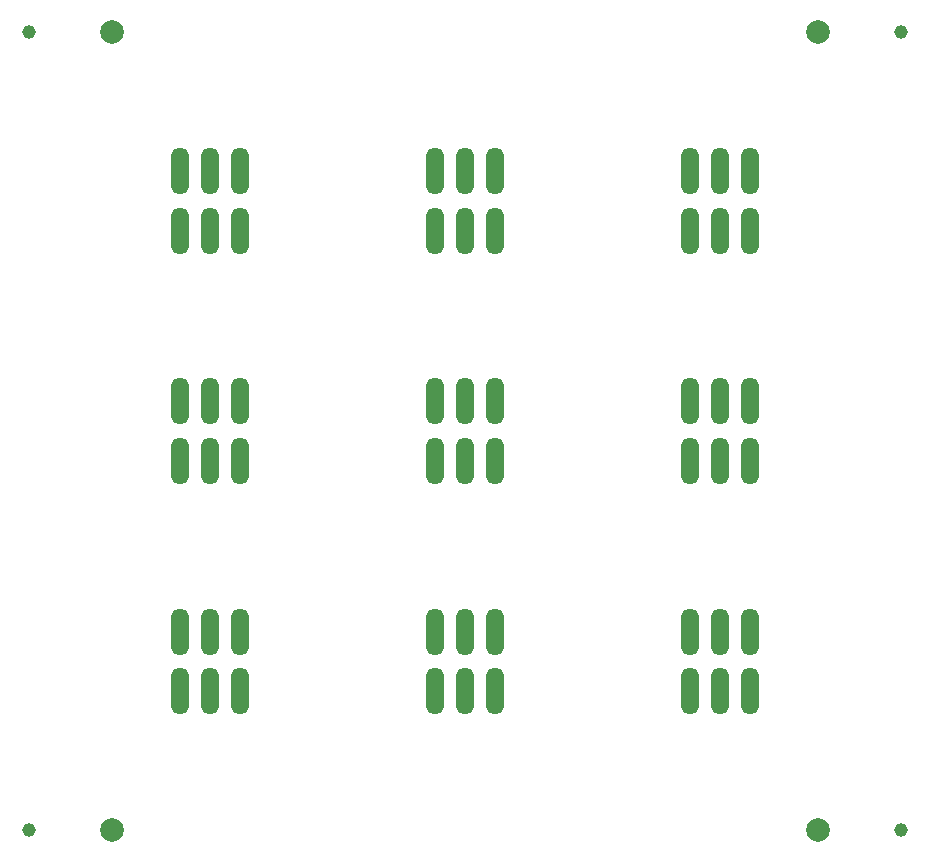
<source format=gbr>
%TF.GenerationSoftware,KiCad,Pcbnew,8.0.4*%
%TF.CreationDate,2024-10-17T14:22:23+11:00*%
%TF.ProjectId,panel,70616e65-6c2e-46b6-9963-61645f706362,rev?*%
%TF.SameCoordinates,Original*%
%TF.FileFunction,Soldermask,Bot*%
%TF.FilePolarity,Negative*%
%FSLAX46Y46*%
G04 Gerber Fmt 4.6, Leading zero omitted, Abs format (unit mm)*
G04 Created by KiCad (PCBNEW 8.0.4) date 2024-10-17 14:22:23*
%MOMM*%
%LPD*%
G01*
G04 APERTURE LIST*
G04 Aperture macros list*
%AMRoundRect*
0 Rectangle with rounded corners*
0 $1 Rounding radius*
0 $2 $3 $4 $5 $6 $7 $8 $9 X,Y pos of 4 corners*
0 Add a 4 corners polygon primitive as box body*
4,1,4,$2,$3,$4,$5,$6,$7,$8,$9,$2,$3,0*
0 Add four circle primitives for the rounded corners*
1,1,$1+$1,$2,$3*
1,1,$1+$1,$4,$5*
1,1,$1+$1,$6,$7*
1,1,$1+$1,$8,$9*
0 Add four rect primitives between the rounded corners*
20,1,$1+$1,$2,$3,$4,$5,0*
20,1,$1+$1,$4,$5,$6,$7,0*
20,1,$1+$1,$6,$7,$8,$9,0*
20,1,$1+$1,$8,$9,$2,$3,0*%
G04 Aperture macros list end*
%ADD10C,1.152000*%
%ADD11RoundRect,0.750000X-0.000010X1.250000X-0.000010X-1.250000X0.000010X-1.250000X0.000010X1.250000X0*%
%ADD12C,2.000000*%
G04 APERTURE END LIST*
D10*
%TO.C,KiKit_TO_1*%
X2500000Y-2500000D03*
%TD*%
%TO.C,KiKit_TO_3*%
X2500000Y-70000000D03*
%TD*%
%TO.C,KiKit_TO_2*%
X76300000Y-2500000D03*
%TD*%
%TO.C,KiKit_TO_4*%
X76300000Y-70000000D03*
%TD*%
D11*
%TO.C,J1*%
X15260000Y-33725000D03*
X17800000Y-33725000D03*
X20340000Y-33725000D03*
X20340000Y-38775000D03*
X17800000Y-38775000D03*
X15260000Y-38775000D03*
%TD*%
D12*
%TO.C,KiKit_FID_B_3*%
X9500000Y-70000000D03*
%TD*%
%TO.C,KiKit_FID_B_1*%
X9500000Y-2500000D03*
%TD*%
D11*
%TO.C,J1*%
X15260000Y-53225000D03*
X17800000Y-53225000D03*
X20340000Y-53225000D03*
X20340000Y-58275000D03*
X17800000Y-58275000D03*
X15260000Y-58275000D03*
%TD*%
D12*
%TO.C,KiKit_FID_B_2*%
X69300000Y-2500000D03*
%TD*%
D11*
%TO.C,J1*%
X36860000Y-33725000D03*
X39400000Y-33725000D03*
X41940000Y-33725000D03*
X41940000Y-38775000D03*
X39400000Y-38775000D03*
X36860000Y-38775000D03*
%TD*%
%TO.C,J1*%
X58460000Y-14225000D03*
X61000000Y-14225000D03*
X63540000Y-14225000D03*
X63540000Y-19275000D03*
X61000000Y-19275000D03*
X58460000Y-19275000D03*
%TD*%
%TO.C,J1*%
X58460000Y-33725000D03*
X61000000Y-33725000D03*
X63540000Y-33725000D03*
X63540000Y-38775000D03*
X61000000Y-38775000D03*
X58460000Y-38775000D03*
%TD*%
%TO.C,J1*%
X36860000Y-53225000D03*
X39400000Y-53225000D03*
X41940000Y-53225000D03*
X41940000Y-58275000D03*
X39400000Y-58275000D03*
X36860000Y-58275000D03*
%TD*%
%TO.C,J1*%
X58460000Y-53225000D03*
X61000000Y-53225000D03*
X63540000Y-53225000D03*
X63540000Y-58275000D03*
X61000000Y-58275000D03*
X58460000Y-58275000D03*
%TD*%
%TO.C,J1*%
X15260000Y-14225000D03*
X17800000Y-14225000D03*
X20340000Y-14225000D03*
X20340000Y-19275000D03*
X17800000Y-19275000D03*
X15260000Y-19275000D03*
%TD*%
%TO.C,J1*%
X36860000Y-14225000D03*
X39400000Y-14225000D03*
X41940000Y-14225000D03*
X41940000Y-19275000D03*
X39400000Y-19275000D03*
X36860000Y-19275000D03*
%TD*%
D12*
%TO.C,KiKit_FID_B_4*%
X69300000Y-70000000D03*
%TD*%
M02*

</source>
